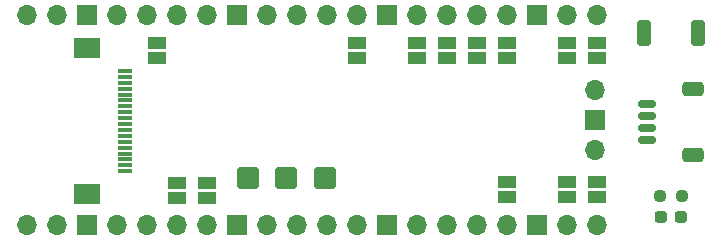
<source format=gbr>
%TF.GenerationSoftware,KiCad,Pcbnew,(7.0.0-0)*%
%TF.CreationDate,2023-03-02T20:40:35-05:00*%
%TF.ProjectId,EyeSPI-PiCowbell,45796553-5049-42d5-9069-436f7762656c,2.1.0*%
%TF.SameCoordinates,Original*%
%TF.FileFunction,Soldermask,Top*%
%TF.FilePolarity,Negative*%
%FSLAX46Y46*%
G04 Gerber Fmt 4.6, Leading zero omitted, Abs format (unit mm)*
G04 Created by KiCad (PCBNEW (7.0.0-0)) date 2023-03-02 20:40:35*
%MOMM*%
%LPD*%
G01*
G04 APERTURE LIST*
G04 Aperture macros list*
%AMRoundRect*
0 Rectangle with rounded corners*
0 $1 Rounding radius*
0 $2 $3 $4 $5 $6 $7 $8 $9 X,Y pos of 4 corners*
0 Add a 4 corners polygon primitive as box body*
4,1,4,$2,$3,$4,$5,$6,$7,$8,$9,$2,$3,0*
0 Add four circle primitives for the rounded corners*
1,1,$1+$1,$2,$3*
1,1,$1+$1,$4,$5*
1,1,$1+$1,$6,$7*
1,1,$1+$1,$8,$9*
0 Add four rect primitives between the rounded corners*
20,1,$1+$1,$2,$3,$4,$5,0*
20,1,$1+$1,$4,$5,$6,$7,0*
20,1,$1+$1,$6,$7,$8,$9,0*
20,1,$1+$1,$8,$9,$2,$3,0*%
G04 Aperture macros list end*
%ADD10R,1.500000X1.000000*%
%ADD11O,1.700000X1.700000*%
%ADD12R,1.700000X1.700000*%
%ADD13RoundRect,0.150000X0.625000X-0.150000X0.625000X0.150000X-0.625000X0.150000X-0.625000X-0.150000X0*%
%ADD14RoundRect,0.250000X0.650000X-0.350000X0.650000X0.350000X-0.650000X0.350000X-0.650000X-0.350000X0*%
%ADD15R,1.300000X0.300000*%
%ADD16R,2.200000X1.800000*%
%ADD17RoundRect,0.300000X-0.300000X-0.800000X0.300000X-0.800000X0.300000X0.800000X-0.300000X0.800000X0*%
%ADD18RoundRect,0.237500X-0.287500X-0.237500X0.287500X-0.237500X0.287500X0.237500X-0.287500X0.237500X0*%
%ADD19RoundRect,0.237500X-0.250000X-0.237500X0.250000X-0.237500X0.250000X0.237500X-0.250000X0.237500X0*%
%ADD20RoundRect,0.250000X-0.675000X-0.675000X0.675000X-0.675000X0.675000X0.675000X-0.675000X0.675000X0*%
%ADD21RoundRect,0.250000X0.675000X0.675000X-0.675000X0.675000X-0.675000X-0.675000X0.675000X-0.675000X0*%
G04 APERTURE END LIST*
D10*
%TO.C,JP108*%
X161074099Y-66857399D03*
X161074099Y-65557399D03*
%TD*%
%TO.C,JP102*%
X136486899Y-66842399D03*
X136486899Y-65542399D03*
%TD*%
%TO.C,JP107*%
X166154099Y-66857399D03*
X166154099Y-65557399D03*
%TD*%
D11*
%TO.C,U101*%
X125514099Y-80975199D03*
X128054099Y-80975199D03*
D12*
X130594099Y-80975199D03*
D11*
X133134099Y-80975199D03*
X135674099Y-80975199D03*
X138214099Y-80975199D03*
X140754099Y-80975199D03*
D12*
X143294099Y-80975199D03*
D11*
X145834099Y-80975199D03*
X148374099Y-80975199D03*
X150914099Y-80975199D03*
X153454099Y-80975199D03*
D12*
X155994099Y-80975199D03*
D11*
X158534099Y-80975199D03*
X161074099Y-80975199D03*
X163614099Y-80975199D03*
X166154099Y-80975199D03*
D12*
X168694099Y-80975199D03*
D11*
X171234099Y-80975199D03*
X173774099Y-80975199D03*
X173774099Y-63195199D03*
X171234099Y-63195199D03*
D12*
X168694099Y-63195199D03*
D11*
X166154099Y-63195199D03*
X163614099Y-63195199D03*
X161074099Y-63195199D03*
X158534099Y-63195199D03*
D12*
X155994099Y-63195199D03*
D11*
X153454099Y-63195199D03*
X150914099Y-63195199D03*
X148374099Y-63195199D03*
X145834099Y-63195199D03*
D12*
X143294099Y-63195199D03*
D11*
X140754099Y-63195199D03*
X138214099Y-63195199D03*
X135674099Y-63195199D03*
X133134099Y-63195199D03*
D12*
X130594099Y-63195199D03*
D11*
X128054099Y-63195199D03*
X125514099Y-63195199D03*
X173544099Y-74625199D03*
D12*
X173544099Y-72085199D03*
D11*
X173544099Y-69545199D03*
%TD*%
D13*
%TO.C,J101*%
X177998300Y-73727000D03*
X177998300Y-72727000D03*
X177998300Y-71727000D03*
X177998300Y-70727000D03*
D14*
X181873300Y-75027000D03*
X181873300Y-69427000D03*
%TD*%
D15*
%TO.C,J106*%
X133815699Y-67911399D03*
X133815699Y-68411399D03*
X133815699Y-68911399D03*
X133815699Y-69411399D03*
X133815699Y-69911399D03*
X133815699Y-70411399D03*
X133815699Y-70911399D03*
X133815699Y-71411399D03*
X133815699Y-71911399D03*
X133815699Y-72411399D03*
X133815699Y-72911399D03*
X133815699Y-73411399D03*
X133815699Y-73911399D03*
X133815699Y-74411399D03*
X133815699Y-74911399D03*
X133815699Y-75411399D03*
X133815699Y-75911399D03*
X133815699Y-76411399D03*
D16*
X130565699Y-66011399D03*
X130565699Y-78311399D03*
%TD*%
D17*
%TO.C,SW101*%
X177698300Y-64727000D03*
X182298300Y-64727000D03*
%TD*%
D10*
%TO.C,JP104*%
X140754099Y-77363799D03*
X140754099Y-78663799D03*
%TD*%
%TO.C,JP109*%
X163614099Y-66857399D03*
X163614099Y-65557399D03*
%TD*%
%TO.C,JP106*%
X171234099Y-77302599D03*
X171234099Y-78602599D03*
%TD*%
%TO.C,JP103*%
X166154099Y-77302599D03*
X166154099Y-78602599D03*
%TD*%
%TO.C,JP105*%
X171234099Y-66857399D03*
X171234099Y-65557399D03*
%TD*%
%TO.C,JP113*%
X173774099Y-77302599D03*
X173774099Y-78602599D03*
%TD*%
%TO.C,JP111*%
X173774099Y-66857399D03*
X173774099Y-65557399D03*
%TD*%
%TO.C,JP110*%
X158534099Y-66857399D03*
X158534099Y-65557399D03*
%TD*%
%TO.C,JP101*%
X138223699Y-77363799D03*
X138223699Y-78663799D03*
%TD*%
D18*
%TO.C,D101*%
X179131700Y-80265800D03*
X180881700Y-80265800D03*
%TD*%
D19*
%TO.C,R101*%
X179094200Y-78538600D03*
X180919200Y-78538600D03*
%TD*%
D10*
%TO.C,JP112*%
X153454099Y-66857399D03*
X153454099Y-65557399D03*
%TD*%
D20*
%TO.C,J109*%
X144192700Y-77014600D03*
%TD*%
%TO.C,J107*%
X147453500Y-77016400D03*
%TD*%
D21*
%TO.C,J108*%
X150704700Y-77014600D03*
%TD*%
M02*

</source>
